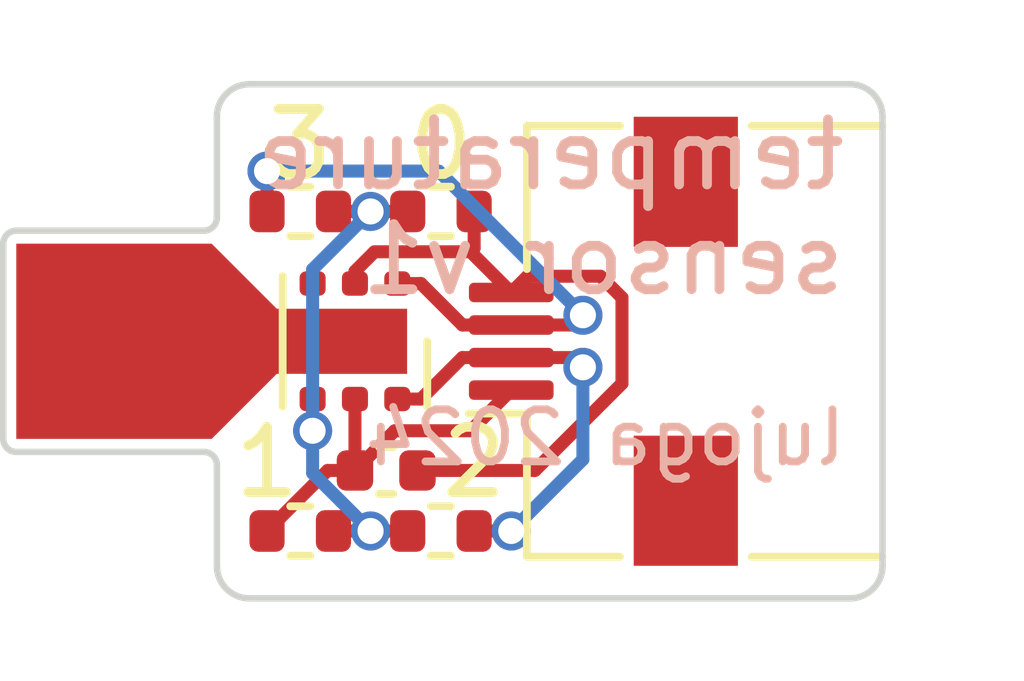
<source format=kicad_pcb>
(kicad_pcb (version 20221018) (generator pcbnew)
  (layers (0 "F.Cu" signal) (31 "B.Cu" signal) (34 "B.Paste" user) (35 "F.Paste" user) (36 "B.SilkS" user "B.Silkscreen") (37 "F.SilkS" user "F.Silkscreen") (38 "B.Mask" user) (39 "F.Mask" user) (44 "Edge.Cuts" user))
  (net 0 "")
  (net 1 "+3V3")
  (net 2 "GND")
  (net 3 "/SDA")
  (net 4 "/SCL")
  (net 6 "Net-(U1-ADD0)")
  (footprint "Capacitor_SMD:C_0402_1005Metric" (layer "F.Cu") (at 144.65 104.325)
    (fp_text reference "C1" hide)
    (fp_text value "100n")
    (fp_line (start -0.107836 -0.36) (end 0.107836 -0.36) (stroke (width 0.12)) (layer "F.SilkS"))
    (fp_line (start -0.107836 0.36) (end 0.107836 0.36) (stroke (width 0.12)) (layer "F.SilkS"))
    (pad "1" smd roundrect (at -0.48 0) (size 0.56 0.62) (layers "F.Cu" "F.Paste" "F.Mask") (net 1 "+3V3"))
    (pad "2" smd roundrect (at 0.48 0) (size 0.56 0.62) (layers "F.Cu" "F.Paste" "F.Mask") (net 2 "GND"))
  )
  (footprint "Resistor_SMD:R_0402_1005Metric" (layer "F.Cu") (at 143.33 105.255)
    (fp_text reference "R2" hide)
    (fp_text value "DNP")
    (fp_line (start -0.153641 -0.38) (end 0.153641 -0.38) (stroke (width 0.12)) (layer "F.SilkS"))
    (fp_line (start -0.153641 0.38) (end 0.153641 0.38) (stroke (width 0.12)) (layer "F.SilkS"))
    (pad "1" smd roundrect (at -0.51 0) (size 0.54 0.64) (layers "F.Cu" "F.Paste" "F.Mask") (net 1 "+3V3"))
    (pad "2" smd roundrect (at 0.51 0) (size 0.54 0.64) (layers "F.Cu" "F.Paste" "F.Mask") (net 6 "Net-(U1-ADD0)"))
  )
  (footprint "fosmometer:Jushuo_AFC01-S04FCx-00_1x04-1MP_P0.50mm_Horizontal" (layer "F.Cu") (at 149.595 102.34 90)
    (fp_text reference "J1" hide)
    (fp_text value "I2C")
    (fp_line (start -3.31 -2.785) (end -1.11 -2.785) (stroke (width 0.12)) (layer "F.SilkS"))
    (fp_line (start -3.31 -1.355) (end -3.31 -2.785) (stroke (width 0.12)) (layer "F.SilkS"))
    (fp_line (start -3.31 2.675) (end -3.31 0.665) (stroke (width 0.12)) (layer "F.SilkS"))
    (fp_line (start -1.11 -2.785) (end -1.11 -3.675) (stroke (width 0.12)) (layer "F.SilkS"))
    (fp_line (start 1.11 -2.785) (end 3.31 -2.785) (stroke (width 0.12)) (layer "F.SilkS"))
    (fp_line (start 3.31 -1.355) (end 3.31 -2.785) (stroke (width 0.12)) (layer "F.SilkS"))
    (fp_line (start 3.31 2.675) (end 3.31 0.665) (stroke (width 0.12)) (layer "F.SilkS"))
    (pad "1" smd roundrect (at -0.75 -3.025 90) (size 0.3 1.3) (layers "F.Cu" "F.Paste" "F.Mask") (net 1 "+3V3"))
    (pad "2" smd roundrect (at -0.25 -3.025 90) (size 0.3 1.3) (layers "F.Cu" "F.Paste" "F.Mask") (net 3 "/SDA"))
    (pad "3" smd roundrect (at 0.25 -3.025 90) (size 0.3 1.3) (layers "F.Cu" "F.Paste" "F.Mask") (net 4 "/SCL"))
    (pad "4" smd roundrect (at 0.75 -3.025 90) (size 0.3 1.3) (layers "F.Cu" "F.Paste" "F.Mask") (net 2 "GND"))
    (pad "MP" smd rect (at -2.45 -0.345 90) (size 2 1.6) (layers "F.Cu" "F.Paste" "F.Mask"))
    (pad "MP" smd rect (at 2.45 -0.345 90) (size 2 1.6) (layers "F.Cu" "F.Paste" "F.Mask"))
  )
  (footprint "Package_SON:WSON-6-1EP_2x2mm_P0.65mm_EP1x1.6mm" (layer "F.Cu") (at 144.17 102.34 -90)
    (fp_text reference "U1" hide)
    (fp_text value "TMP117xxDRV")
    (fp_line (start -1 1.11) (end 1 1.11) (stroke (width 0.12)) (layer "F.SilkS"))
    (fp_line (start 0 -1.11) (end 1 -1.11) (stroke (width 0.12)) (layer "F.SilkS"))
    (pad "1" smd roundrect (at -0.8875 -0.65 270) (size 0.375 0.4) (layers "F.Cu" "F.Paste" "F.Mask") (net 4 "/SCL"))
    (pad "2" smd roundrect (at -0.8875 0 270) (size 0.375 0.4) (layers "F.Cu" "F.Paste" "F.Mask") (net 2 "GND"))
    (pad "3" smd roundrect (at -0.8875 0.65 270) (size 0.375 0.4) (layers "F.Cu" "F.Paste" "F.Mask"))
    (pad "4" smd roundrect (at 0.8875 0.65 270) (size 0.375 0.4) (layers "F.Cu" "F.Paste" "F.Mask") (net 6 "Net-(U1-ADD0)"))
    (pad "5" smd roundrect (at 0.8875 0 270) (size 0.375 0.4) (layers "F.Cu" "F.Paste" "F.Mask") (net 1 "+3V3"))
    (pad "6" smd roundrect (at 0.8875 -0.65 270) (size 0.375 0.4) (layers "F.Cu" "F.Paste" "F.Mask") (net 3 "/SDA"))
    (pad "7" smd rect (at 0 0 270) (size 1 1.6) (layers "F.Cu" "F.Mask"))
  )
  (footprint "Resistor_SMD:R_0402_1005Metric" (layer "F.Cu") (at 145.49 105.255 180)
    (fp_text reference "R3" hide)
    (fp_text value "DNP")
    (fp_line (start -0.153641 -0.38) (end 0.153641 -0.38) (stroke (width 0.12)) (layer "F.SilkS"))
    (fp_line (start -0.153641 0.38) (end 0.153641 0.38) (stroke (width 0.12)) (layer "F.SilkS"))
    (pad "1" smd roundrect (at -0.51 0 180) (size 0.54 0.64) (layers "F.Cu" "F.Paste" "F.Mask") (net 3 "/SDA"))
    (pad "2" smd roundrect (at 0.51 0 180) (size 0.54 0.64) (layers "F.Cu" "F.Paste" "F.Mask") (net 6 "Net-(U1-ADD0)"))
  )
  (footprint "Resistor_SMD:R_0402_1005Metric" (layer "F.Cu") (at 143.33 100.345 180)
    (fp_text reference "R4" hide)
    (fp_text value "DNP")
    (fp_line (start -0.153641 -0.38) (end 0.153641 -0.38) (stroke (width 0.12)) (layer "F.SilkS"))
    (fp_line (start -0.153641 0.38) (end 0.153641 0.38) (stroke (width 0.12)) (layer "F.SilkS"))
    (pad "1" smd roundrect (at -0.51 0 180) (size 0.54 0.64) (layers "F.Cu" "F.Paste" "F.Mask") (net 6 "Net-(U1-ADD0)"))
    (pad "2" smd roundrect (at 0.51 0 180) (size 0.54 0.64) (layers "F.Cu" "F.Paste" "F.Mask") (net 4 "/SCL"))
  )
  (footprint "Resistor_SMD:R_0402_1005Metric" (layer "F.Cu") (at 145.49 100.345)
    (fp_text reference "R1" hide)
    (fp_text value "0R")
    (fp_line (start -0.153641 -0.38) (end 0.153641 -0.38) (stroke (width 0.12)) (layer "F.SilkS"))
    (fp_line (start -0.153641 0.38) (end 0.153641 0.38) (stroke (width 0.12)) (layer "F.SilkS"))
    (pad "1" smd roundrect (at -0.51 0) (size 0.54 0.64) (layers "F.Cu" "F.Paste" "F.Mask") (net 6 "Net-(U1-ADD0)"))
    (pad "2" smd roundrect (at 0.51 0) (size 0.54 0.64) (layers "F.Cu" "F.Paste" "F.Mask") (net 2 "GND"))
  )
  (gr_poly (pts (xy 142.97 101.84) (xy 144.97 101.84) (xy 144.97 102.84) (xy 142.97 102.84) (xy 141.97 103.84) (xy 138.97 103.84) (xy 138.97 100.84) (xy 141.97 100.84)) (fill solid) (layer "F.Cu"))
  (gr_arc (start 151.77 98.39) (mid 152.123553 98.536447) (end 152.27 98.89) (stroke (width 0.1)) (layer "Edge.Cuts"))
  (gr_line (start 152.27 98.89) (end 152.27 105.79) (stroke (width 0.1)) (layer "Edge.Cuts"))
  (gr_arc (start 142.55 106.29) (mid 142.196447 106.143553) (end 142.05 105.79) (stroke (width 0.1)) (layer "Edge.Cuts"))
  (gr_arc (start 152.27 105.79) (mid 152.123553 106.143553) (end 151.77 106.29) (stroke (width 0.1)) (layer "Edge.Cuts"))
  (gr_line (start 142.55 106.29) (end 151.77 106.29) (stroke (width 0.1)) (layer "Edge.Cuts"))
  (gr_line (start 138.97 104.04) (end 141.85 104.04) (stroke (width 0.1)) (layer "Edge.Cuts"))
  (gr_line (start 142.05 100.44) (end 142.05 98.89) (stroke (width 0.1)) (layer "Edge.Cuts"))
  (gr_arc (start 138.77 100.84) (mid 138.828579 100.698579) (end 138.97 100.64) (stroke (width 0.1)) (layer "Edge.Cuts"))
  (gr_line (start 142.05 104.24) (end 142.05 105.79) (stroke (width 0.1)) (layer "Edge.Cuts"))
  (gr_arc (start 141.85 104.04) (mid 141.991421 104.098579) (end 142.05 104.24) (stroke (width 0.1)) (layer "Edge.Cuts"))
  (gr_arc (start 138.97 104.04) (mid 138.828579 103.981421) (end 138.77 103.84) (stroke (width 0.1)) (layer "Edge.Cuts"))
  (gr_line (start 138.77 100.84) (end 138.77 103.84) (stroke (width 0.1)) (layer "Edge.Cuts"))
  (gr_line (start 142.55 98.39) (end 151.77 98.39) (stroke (width 0.1)) (layer "Edge.Cuts"))
  (gr_arc (start 142.05 100.44) (mid 141.991421 100.581421) (end 141.85 100.64) (stroke (width 0.1)) (layer "Edge.Cuts"))
  (gr_arc (start 142.05 98.89) (mid 142.196447 98.536447) (end 142.55 98.39) (stroke (width 0.1)) (layer "Edge.Cuts"))
  (gr_line (start 141.85 100.64) (end 138.97 100.64) (stroke (width 0.1)) (layer "Edge.Cuts"))
  (gr_text "lujoga 2024" (at 151.77 104.29) (layer "B.SilkS") (effects (font (size 0.8 0.8) (thickness 0.12)) (justify left bottom mirror)))
  (gr_text "temperature\nsensor v1" (at 151.77 98.89) (layer "B.SilkS") (effects (font (size 1 1)) (justify left top mirror)))
  (gr_text "1" (at 142.82 104.785) (layer "F.SilkS") (effects (font (size 1 1)) (justify bottom)))
  (gr_text "0" (at 145.49 99.9) (layer "F.SilkS") (effects (font (size 1 1)) (justify bottom)))
  (gr_text "2" (at 146 104.785) (layer "F.SilkS") (effects (font (size 1 1)) (justify bottom)))
  (gr_text "3" (at 143.33 99.9) (layer "F.SilkS") (effects (font (size 1 1)) (justify bottom)))
  (segment (start 144.78 103.715) (end 144.17 104.325) (width 0.2) (layer "F.Cu") (net 1))
  (segment (start 142.82 105.255) (end 143.75 104.325) (width 0.2) (layer "F.Cu") (net 1))
  (segment (start 144.17 103.2275) (end 144.17 104.325) (width 0.2) (layer "F.Cu") (net 1))
  (segment (start 145.945 103.715) (end 144.78 103.715) (width 0.2) (layer "F.Cu") (net 1))
  (segment (start 143.75 104.325) (end 144.17 104.325) (width 0.2) (layer "F.Cu") (net 1))
  (segment (start 146.57 103.09) (end 145.945 103.715) (width 0.2) (layer "F.Cu") (net 1))
  (segment (start 146 100.91) (end 145.945 100.965) (width 0.2) (layer "F.Cu") (net 2))
  (segment (start 144.470001 100.965) (end 144.17 101.265001) (width 0.2) (layer "F.Cu") (net 2))
  (segment (start 146.57 101.59) (end 146.82 101.34) (width 0.2) (layer "F.Cu") (net 2))
  (segment (start 144.17 101.265001) (end 144.17 101.4525) (width 0.2) (layer "F.Cu") (net 2))
  (segment (start 146.82 101.34) (end 147.94 101.34) (width 0.2) (layer "F.Cu") (net 2))
  (segment (start 148.27 102.988529) (end 146.933529 104.325) (width 0.2) (layer "F.Cu") (net 2))
  (segment (start 147.94 101.34) (end 148.27 101.67) (width 0.2) (layer "F.Cu") (net 2))
  (segment (start 146.57 101.59) (end 145.945 100.965) (width 0.2) (layer "F.Cu") (net 2))
  (segment (start 146 100.345) (end 146 100.91) (width 0.2) (layer "F.Cu") (net 2))
  (segment (start 146.933529 104.325) (end 145.13 104.325) (width 0.2) (layer "F.Cu") (net 2))
  (segment (start 148.27 101.67) (end 148.27 102.988529) (width 0.2) (layer "F.Cu") (net 2))
  (segment (start 145.945 100.965) (end 144.470001 100.965) (width 0.2) (layer "F.Cu") (net 2))
  (segment (start 146.57 102.59) (end 145.82 102.59) (width 0.2) (layer "F.Cu") (net 3))
  (segment (start 145.1825 103.2275) (end 144.82 103.2275) (width 0.2) (layer "F.Cu") (net 3))
  (segment (start 146 105.255) (end 146.57 105.255) (width 0.2) (layer "F.Cu") (net 3))
  (segment (start 147.52 102.59) (end 147.67 102.74) (width 0.2) (layer "F.Cu") (net 3))
  (segment (start 146.57 102.59) (end 147.52 102.59) (width 0.2) (layer "F.Cu") (net 3))
  (segment (start 145.82 102.59) (end 145.1825 103.2275) (width 0.2) (layer "F.Cu") (net 3))
  (via (at 146.57 105.255) (size 0.6) (drill 0.4) (layers "F.Cu" "B.Cu") (net 3))
  (via (at 147.67 102.74) (size 0.6) (drill 0.4) (layers "F.Cu" "B.Cu") (net 3))
  (segment (start 147.67 102.74) (end 147.67 104.155) (width 0.2) (layer "B.Cu") (net 3))
  (segment (start 147.67 104.155) (end 146.57 105.255) (width 0.2) (layer "B.Cu") (net 3))
  (segment (start 145.82 102.09) (end 145.1825 101.4525) (width 0.2) (layer "F.Cu") (net 4))
  (segment (start 146.57 102.09) (end 145.82 102.09) (width 0.2) (layer "F.Cu") (net 4))
  (segment (start 145.1825 101.4525) (end 144.82 101.4525) (width 0.2) (layer "F.Cu") (net 4))
  (segment (start 147.52 102.09) (end 147.67 101.94) (width 0.2) (layer "F.Cu") (net 4))
  (segment (start 146.57 102.09) (end 147.52 102.09) (width 0.2) (layer "F.Cu") (net 4))
  (segment (start 142.82 99.725) (end 142.82 100.345) (width 0.2) (layer "F.Cu") (net 4))
  (via (at 147.67 101.94) (size 0.6) (drill 0.4) (layers "F.Cu" "B.Cu") (net 4))
  (via (at 142.82 99.725) (size 0.6) (drill 0.4) (layers "F.Cu" "B.Cu") (net 4))
  (segment (start 147.67 101.94) (end 145.455 99.725) (width 0.2) (layer "B.Cu") (net 4))
  (segment (start 145.455 99.725) (end 142.82 99.725) (width 0.2) (layer "B.Cu") (net 4))
  (segment (start 144.41 100.345) (end 144.98 100.345) (width 0.2) (layer "F.Cu") (net 6))
  (segment (start 144.41 105.255) (end 144.98 105.255) (width 0.2) (layer "F.Cu") (net 6))
  (segment (start 143.84 105.255) (end 144.41 105.255) (width 0.2) (layer "F.Cu") (net 6))
  (segment (start 143.84 100.345) (end 144.41 100.345) (width 0.2) (layer "F.Cu") (net 6))
  (segment (start 143.52 103.2275) (end 143.52 103.715) (width 0.2) (layer "F.Cu") (net 6))
  (via (at 143.52 103.715) (size 0.6) (drill 0.4) (layers "F.Cu" "B.Cu") (net 6))
  (via (at 144.41 105.255) (size 0.6) (drill 0.4) (layers "F.Cu" "B.Cu") (net 6))
  (via (at 144.41 100.345) (size 0.6) (drill 0.4) (layers "F.Cu" "B.Cu") (net 6))
  (segment (start 143.52 104.365) (end 144.41 105.255) (width 0.2) (layer "B.Cu") (net 6))
  (segment (start 143.52 103.715) (end 143.52 104.365) (width 0.2) (layer "B.Cu") (net 6))
  (segment (start 143.52 103.715) (end 143.52 101.235) (width 0.2) (layer "B.Cu") (net 6))
  (segment (start 143.52 101.235) (end 144.41 100.345) (width 0.2) (layer "B.Cu") (net 6))
)
</source>
